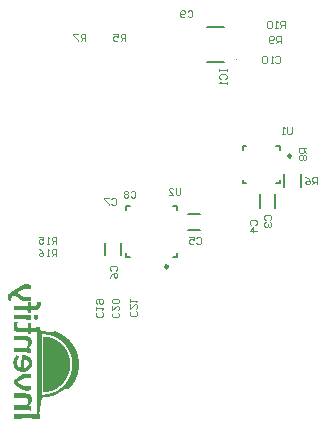
<source format=gbr>
%TF.GenerationSoftware,Altium Limited,Altium Designer,23.1.1 (15)*%
G04 Layer_Color=32896*
%FSLAX45Y45*%
%MOMM*%
%TF.SameCoordinates,F9E8136A-E86D-4813-A5E9-63B8E08E304F*%
%TF.FilePolarity,Positive*%
%TF.FileFunction,Legend,Bot*%
%TF.Part,Single*%
G01*
G75*
%TA.AperFunction,NonConductor*%
%ADD71C,0.25000*%
%ADD72C,0.20000*%
%ADD73C,0.10000*%
G36*
X9415352Y4954736D02*
X9420244D01*
X9424810Y4954409D01*
X9428397Y4954083D01*
X9431333Y4953431D01*
X9433942Y4953105D01*
X9435899Y4952779D01*
X9437529Y4952126D01*
X9438834Y4951800D01*
X9439486Y4951474D01*
X9440138Y4950822D01*
X9440791Y4950496D01*
Y4945930D01*
X9440464Y4940712D01*
Y4938755D01*
X9440138Y4936798D01*
Y4935167D01*
X9439812Y4931580D01*
Y4926036D01*
X9439486Y4923753D01*
Y4919839D01*
X9439160Y4919187D01*
X9438834Y4918534D01*
X9437529Y4917882D01*
X9435899Y4917556D01*
X9435572D01*
X9435246D01*
X9433616D01*
X9431333Y4917882D01*
X9427093Y4918208D01*
X9425136D01*
X9423505Y4918534D01*
X9422201D01*
X9421875D01*
X9418940Y4918861D01*
X9416004Y4919187D01*
X9413721D01*
X9411765Y4919513D01*
X9410460D01*
X9409482D01*
X9408829D01*
X9408503D01*
X9401328D01*
X9395458Y4919187D01*
X9390566D01*
X9386652Y4918861D01*
X9383717Y4918534D01*
X9381760D01*
X9380455Y4918208D01*
X9380129D01*
X9378825Y4917882D01*
X9377194Y4917230D01*
X9373280Y4915273D01*
X9368388Y4912990D01*
X9363496Y4910055D01*
X9358930Y4907446D01*
X9355017Y4905163D01*
X9353386Y4904185D01*
X9352082Y4903532D01*
X9351429Y4903206D01*
X9351103Y4902880D01*
X9346863Y4900271D01*
X9343276Y4897988D01*
X9340341Y4896031D01*
X9337406Y4894074D01*
X9335123Y4892444D01*
X9333492Y4891139D01*
X9331861Y4890161D01*
X9330557Y4889182D01*
X9328926Y4887552D01*
X9327948Y4886573D01*
X9327621Y4885921D01*
X9327948Y4884942D01*
X9328600Y4883964D01*
X9329904Y4882660D01*
X9331209Y4881029D01*
X9335123Y4877767D01*
X9339688Y4874506D01*
X9343928Y4870919D01*
X9347842Y4868310D01*
X9349146Y4867331D01*
X9350451Y4866353D01*
X9351103Y4866027D01*
X9351429Y4865700D01*
X9355669Y4862765D01*
X9359583Y4860482D01*
X9363170Y4858199D01*
X9366105Y4856243D01*
X9369041Y4854612D01*
X9371324Y4853307D01*
X9375237Y4851350D01*
X9378173Y4850046D01*
X9380129Y4849068D01*
X9381108Y4848741D01*
X9381434D01*
X9385347Y4848415D01*
X9389913Y4848089D01*
X9394479D01*
X9399045Y4847763D01*
X9403285D01*
X9406872D01*
X9407851D01*
X9408829D01*
X9409482D01*
X9409808D01*
X9411765D01*
X9413721D01*
X9418287Y4848089D01*
X9420244D01*
X9421875D01*
X9422853D01*
X9423179D01*
X9426441Y4848415D01*
X9429050D01*
X9431333Y4848741D01*
X9432963D01*
X9434268D01*
X9435572D01*
X9435899D01*
X9436225D01*
X9437529D01*
X9438182Y4848415D01*
X9439486Y4847437D01*
X9439812Y4846458D01*
Y4841566D01*
X9440138Y4836674D01*
Y4831130D01*
X9440464Y4827543D01*
Y4824607D01*
X9440791Y4822324D01*
Y4815149D01*
X9440138Y4814171D01*
X9439160Y4813193D01*
X9438182Y4812540D01*
X9437529D01*
X9434920D01*
X9431985D01*
X9426114D01*
X9423505D01*
X9421222D01*
X9419918D01*
X9419266D01*
X9415026D01*
X9411438D01*
X9408177D01*
X9405894D01*
X9403937D01*
X9402307D01*
X9401654D01*
X9401328D01*
X9397088D01*
X9392849D01*
X9389261Y4812866D01*
X9386326D01*
X9383391Y4813193D01*
X9380782D01*
X9376542Y4813845D01*
X9373607Y4814171D01*
X9371650Y4814497D01*
X9370671Y4814823D01*
X9370345D01*
X9368715Y4815476D01*
X9366432Y4816780D01*
X9363823Y4818411D01*
X9360887Y4820041D01*
X9354365Y4824281D01*
X9347842Y4829173D01*
X9341645Y4833739D01*
X9339036Y4836022D01*
X9336427Y4837653D01*
X9334470Y4839283D01*
X9332840Y4840588D01*
X9331861Y4841240D01*
X9331535Y4841566D01*
X9326317Y4845480D01*
X9321751Y4849068D01*
X9317837Y4852003D01*
X9314250Y4854612D01*
X9311315Y4856895D01*
X9308379Y4858525D01*
X9306096Y4860156D01*
X9304466Y4861135D01*
X9302835Y4862113D01*
X9301531Y4862765D01*
X9299574Y4863744D01*
X9298921Y4864070D01*
X9298595D01*
X9297291Y4863744D01*
X9295334Y4863091D01*
X9291420Y4861135D01*
X9289464Y4860156D01*
X9287833Y4859178D01*
X9286854Y4858525D01*
X9286528Y4858199D01*
X9283593Y4856243D01*
X9281310Y4854612D01*
X9279353Y4852981D01*
X9278049Y4852003D01*
X9277070Y4851024D01*
X9276418Y4850372D01*
X9276092Y4849720D01*
X9274461Y4846132D01*
X9273157Y4842219D01*
X9272178Y4837979D01*
X9271526Y4833739D01*
X9271200Y4829825D01*
X9270874Y4826890D01*
Y4821346D01*
X9270221Y4819389D01*
X9269895Y4817758D01*
X9269243Y4816780D01*
X9268591Y4816128D01*
X9268265Y4815802D01*
X9267612D01*
X9266634Y4816128D01*
X9265003Y4816454D01*
X9262720Y4817106D01*
X9260764Y4817758D01*
X9258481Y4818411D01*
X9256850Y4819063D01*
X9255545Y4819715D01*
X9255219D01*
X9251632Y4821020D01*
X9248697Y4822324D01*
X9246740Y4823303D01*
X9245435Y4823955D01*
X9244457Y4824607D01*
X9243804Y4824933D01*
X9243478Y4825260D01*
X9242826Y4826564D01*
X9242500Y4828521D01*
Y4836674D01*
X9242826Y4842219D01*
X9243152Y4846785D01*
X9243478Y4851350D01*
X9243804Y4854938D01*
X9244457Y4858199D01*
X9244783Y4861135D01*
X9245435Y4863418D01*
X9246087Y4865700D01*
X9246414Y4867005D01*
X9247066Y4868310D01*
X9247392Y4869288D01*
X9248044Y4870592D01*
X9248370Y4870919D01*
X9250001Y4872549D01*
X9252936Y4874832D01*
X9256524Y4877441D01*
X9260764Y4880703D01*
X9265329Y4883964D01*
X9270548Y4887552D01*
X9281310Y4895053D01*
X9286528Y4898966D01*
X9291420Y4902228D01*
X9296312Y4905489D01*
X9300552Y4908424D01*
X9304140Y4911033D01*
X9306749Y4912664D01*
X9308379Y4913969D01*
X9309032Y4914295D01*
X9318816Y4920817D01*
X9327295Y4926688D01*
X9334796Y4931580D01*
X9341645Y4935820D01*
X9347516Y4939733D01*
X9352408Y4942995D01*
X9356648Y4945604D01*
X9360235Y4947561D01*
X9363170Y4949517D01*
X9365453Y4950822D01*
X9367084Y4951800D01*
X9368388Y4952453D01*
X9369367Y4953105D01*
X9370019Y4953431D01*
X9370345D01*
X9371650Y4953757D01*
X9373280Y4954083D01*
X9375237D01*
X9377846Y4954409D01*
X9383065Y4954736D01*
X9388609D01*
X9393827Y4955062D01*
X9396110D01*
X9398393D01*
X9400024D01*
X9401328D01*
X9402307D01*
X9402633D01*
X9409482D01*
X9415352Y4954736D01*
D02*
G37*
G36*
X9496560Y4808953D02*
X9498843Y4808627D01*
X9501126Y4807974D01*
X9503735Y4807648D01*
X9505692Y4806996D01*
X9506996Y4806670D01*
X9507648D01*
X9511888Y4805691D01*
X9515150Y4805039D01*
X9517759Y4804713D01*
X9519389Y4804387D01*
X9520368Y4804061D01*
X9520694Y4803735D01*
X9521020D01*
X9522325Y4803082D01*
X9522651Y4802430D01*
X9522977Y4801778D01*
Y4801452D01*
X9522651Y4795581D01*
X9521998Y4789711D01*
X9521020Y4784493D01*
X9520042Y4779927D01*
X9518737Y4775687D01*
X9517759Y4772752D01*
X9517106Y4770795D01*
X9516780Y4770469D01*
Y4770143D01*
X9514171Y4764272D01*
X9511236Y4759054D01*
X9508301Y4754488D01*
X9505366Y4750901D01*
X9502430Y4747965D01*
X9500474Y4746009D01*
X9499169Y4744704D01*
X9498517Y4744378D01*
X9495908Y4742747D01*
X9493299Y4741117D01*
X9486776Y4738834D01*
X9480253Y4736877D01*
X9473404Y4735898D01*
X9467534Y4735246D01*
X9464925Y4734920D01*
X9462642D01*
X9460685Y4734594D01*
X9459380D01*
X9458402D01*
X9458076D01*
X9452858D01*
X9447639Y4734920D01*
X9445357D01*
X9443400Y4735246D01*
X9442095D01*
X9441769D01*
X9441443Y4731659D01*
X9441117Y4728723D01*
X9440791Y4725788D01*
X9440464Y4723505D01*
X9440138Y4721548D01*
X9439812Y4719918D01*
X9439160Y4717635D01*
X9438182Y4716004D01*
X9437855Y4715352D01*
X9437203Y4715026D01*
X9435899D01*
X9434268D01*
X9431007Y4715352D01*
X9429376D01*
X9428071D01*
X9427419D01*
X9427093D01*
X9422527Y4715678D01*
X9419266D01*
X9418287D01*
X9417309D01*
X9416983D01*
X9416657D01*
X9415026D01*
X9413721D01*
X9412743D01*
X9412091Y4716004D01*
X9411112D01*
X9410786Y4716656D01*
X9410460Y4717961D01*
Y4719918D01*
X9410134Y4721874D01*
Y4730354D01*
X9409808Y4732637D01*
X9409155Y4734594D01*
X9408177Y4735572D01*
X9407525Y4736224D01*
X9406872Y4736877D01*
X9406546D01*
X9406220D01*
X9297943D01*
X9296312Y4737203D01*
X9295334Y4737529D01*
X9294029Y4738834D01*
X9293377Y4740138D01*
Y4769490D01*
X9293703Y4770469D01*
X9294029Y4771121D01*
X9295660Y4772099D01*
X9296965Y4772426D01*
X9297291D01*
X9297617D01*
X9302183D01*
X9307401D01*
X9312619Y4772099D01*
X9318163D01*
X9323056D01*
X9326969Y4771773D01*
X9328600D01*
X9329578D01*
X9330231D01*
X9330557D01*
X9338384Y4771447D01*
X9345233D01*
X9351103D01*
X9355669Y4771121D01*
X9359583D01*
X9362192D01*
X9363496D01*
X9364149D01*
X9411112D01*
Y4776013D01*
X9410786Y4781231D01*
Y4783514D01*
X9410460Y4785471D01*
Y4787428D01*
X9410134Y4791341D01*
Y4797538D01*
X9409808Y4799821D01*
Y4804061D01*
X9410134Y4805691D01*
X9411438Y4806670D01*
X9412417Y4806996D01*
X9412743D01*
X9414374D01*
X9416657D01*
X9420896D01*
X9422853Y4806670D01*
X9424484D01*
X9425462D01*
X9425788D01*
X9429050D01*
X9431659D01*
X9433942D01*
X9435572D01*
X9436877D01*
X9438182D01*
X9438508D01*
X9438834D01*
X9439812D01*
X9440464Y4806018D01*
X9441443Y4804713D01*
X9441769Y4803408D01*
Y4797864D01*
X9442095Y4792320D01*
Y4781884D01*
X9442421Y4778622D01*
Y4769816D01*
X9448292D01*
X9453836Y4770143D01*
X9458728Y4770469D01*
X9463294Y4771121D01*
X9467208Y4771447D01*
X9470469Y4772099D01*
X9473404Y4772752D01*
X9476013Y4773730D01*
X9478296Y4774382D01*
X9479927Y4775035D01*
X9481558Y4775687D01*
X9482536Y4776013D01*
X9484167Y4776991D01*
X9484493Y4777318D01*
X9486124Y4779274D01*
X9487428Y4781557D01*
X9489385Y4786123D01*
X9490037Y4788080D01*
X9490363Y4789711D01*
X9490689Y4790689D01*
Y4791015D01*
X9491342Y4796560D01*
Y4799169D01*
X9491668Y4801452D01*
X9491994Y4803408D01*
X9492320Y4805039D01*
Y4806344D01*
X9492646Y4807974D01*
X9493299Y4808953D01*
X9493951Y4809279D01*
X9494277D01*
X9494929D01*
X9496560Y4808953D01*
D02*
G37*
G36*
X9440138Y4696762D02*
X9441117Y4695784D01*
X9441443Y4694479D01*
Y4691544D01*
X9441117Y4688609D01*
X9440791Y4687304D01*
Y4686326D01*
X9440464Y4685673D01*
Y4685347D01*
X9440138Y4681434D01*
X9439812Y4678825D01*
Y4673932D01*
X9440138Y4670997D01*
Y4669693D01*
X9440464Y4668714D01*
Y4667736D01*
X9441117Y4663822D01*
X9441443Y4661213D01*
Y4659256D01*
X9441117Y4657300D01*
X9440138Y4656321D01*
X9438834Y4655995D01*
X9438508D01*
X9433616D01*
X9427745Y4656321D01*
X9421549Y4656647D01*
X9415678Y4656973D01*
X9410460D01*
X9408177Y4657300D01*
X9405894D01*
X9404263Y4657626D01*
X9402959D01*
X9402307D01*
X9401980D01*
X9393501Y4658278D01*
X9386000Y4658930D01*
X9379477Y4659256D01*
X9374259D01*
X9370345Y4659583D01*
X9367410D01*
X9365779D01*
X9365127D01*
X9360561D01*
X9355343D01*
X9350125Y4659256D01*
X9344907D01*
X9340015D01*
X9336101Y4658930D01*
X9334470D01*
X9333492D01*
X9332840D01*
X9332513D01*
X9324686Y4658604D01*
X9318163D01*
X9312619D01*
X9308053Y4658278D01*
X9304466D01*
X9301857D01*
X9300552D01*
X9299900D01*
X9297943D01*
X9296312Y4658930D01*
X9295334Y4659256D01*
X9294356Y4659909D01*
X9293703Y4660887D01*
Y4692196D01*
X9294356Y4693827D01*
X9295334Y4694479D01*
X9296312Y4694805D01*
X9296965D01*
X9301531D01*
X9307075D01*
X9312619D01*
X9318163D01*
X9323056Y4694479D01*
X9325338D01*
X9327295D01*
X9328600D01*
X9329904D01*
X9330557D01*
X9330883D01*
X9339036D01*
X9345885Y4694153D01*
X9351755D01*
X9356648D01*
X9360235D01*
X9362844D01*
X9364475D01*
X9365127D01*
X9370345D01*
X9376216Y4694479D01*
X9382086D01*
X9387957Y4694805D01*
X9393501Y4695131D01*
X9395784D01*
X9397741D01*
X9399371Y4695457D01*
X9400676D01*
X9401328D01*
X9401654D01*
X9410134Y4696110D01*
X9417635Y4696436D01*
X9423832Y4696762D01*
X9429050D01*
X9432963Y4697088D01*
X9435899D01*
X9437529D01*
X9438182D01*
X9440138Y4696762D01*
D02*
G37*
G36*
X9483841Y4698067D02*
X9486776Y4697414D01*
X9489059Y4696436D01*
X9491016Y4695131D01*
X9492646Y4693827D01*
X9493951Y4692848D01*
X9494603Y4692196D01*
X9494929Y4691870D01*
X9496886Y4689261D01*
X9498191Y4686652D01*
X9499169Y4684043D01*
X9499821Y4681760D01*
X9500147Y4679803D01*
X9500474Y4678172D01*
Y4676542D01*
X9500147Y4673606D01*
X9499495Y4670671D01*
X9498843Y4668062D01*
X9497864Y4665779D01*
X9496560Y4664148D01*
X9495908Y4662844D01*
X9495255Y4661865D01*
X9494929Y4661539D01*
X9492646Y4659256D01*
X9490363Y4657626D01*
X9488080Y4656647D01*
X9485797Y4655995D01*
X9483841Y4655343D01*
X9482210Y4655017D01*
X9481231D01*
X9480905D01*
X9477644Y4655343D01*
X9474709Y4655995D01*
X9472100Y4656973D01*
X9469817Y4658278D01*
X9467860Y4659909D01*
X9466229Y4661865D01*
X9463946Y4665779D01*
X9462642Y4669693D01*
X9461989Y4673280D01*
X9461663Y4674585D01*
Y4676542D01*
X9461989Y4680455D01*
X9462642Y4683717D01*
X9463294Y4686652D01*
X9464599Y4689261D01*
X9466229Y4691218D01*
X9467860Y4693175D01*
X9471447Y4695784D01*
X9474709Y4697088D01*
X9477970Y4698067D01*
X9479275Y4698393D01*
X9479927D01*
X9480579D01*
X9480905D01*
X9483841Y4698067D01*
D02*
G37*
G36*
X9398719Y4517387D02*
X9403285Y4517061D01*
X9407199Y4516409D01*
X9411112Y4515757D01*
X9414374Y4515104D01*
X9417309Y4514452D01*
X9419918Y4513800D01*
X9422201Y4512821D01*
X9424158Y4512169D01*
X9427419Y4510864D01*
X9429050Y4509886D01*
X9429702Y4509560D01*
X9432637Y4507277D01*
X9435572Y4504668D01*
X9437855Y4501733D01*
X9439812Y4498797D01*
X9442747Y4491949D01*
X9444704Y4485426D01*
X9446009Y4479229D01*
X9446335Y4476294D01*
X9446661Y4474011D01*
X9446987Y4472054D01*
Y4469119D01*
X9446661Y4463249D01*
X9445357Y4457704D01*
X9443726Y4452160D01*
X9442095Y4447268D01*
X9440138Y4443354D01*
X9438508Y4440093D01*
X9437855Y4438788D01*
X9437203Y4437810D01*
X9436877Y4437484D01*
Y4437158D01*
X9433289Y4432266D01*
X9430354Y4428026D01*
X9427419Y4424438D01*
X9425136Y4421503D01*
X9423505Y4418894D01*
X9421875Y4417263D01*
X9421222Y4415959D01*
X9420896Y4415633D01*
X9428071Y4414002D01*
X9431333Y4413350D01*
X9434268Y4412698D01*
X9436877Y4412371D01*
X9438834Y4412045D01*
X9440138D01*
X9440464D01*
X9442095Y4411719D01*
X9442747Y4411393D01*
X9443074Y4411067D01*
Y4409762D01*
X9442747Y4407479D01*
X9442095Y4404544D01*
X9441769Y4401283D01*
X9441117Y4398348D01*
X9440464Y4395412D01*
X9440138Y4393456D01*
Y4392803D01*
X9439812Y4389868D01*
X9439160Y4387259D01*
X9438508Y4383019D01*
X9438182Y4380084D01*
X9437855Y4377801D01*
X9437529Y4376496D01*
X9437203Y4375518D01*
Y4375192D01*
X9436551Y4374214D01*
X9435899Y4373561D01*
X9435246Y4373235D01*
X9434920D01*
X9434594D01*
X9433942Y4373561D01*
X9433289D01*
X9432963D01*
X9422201Y4375844D01*
X9411438Y4377801D01*
X9401002Y4379106D01*
X9396110Y4379432D01*
X9391544Y4379758D01*
X9387304Y4380084D01*
X9383391Y4380410D01*
X9380129D01*
X9376868Y4380736D01*
X9374585D01*
X9372954D01*
X9371650D01*
X9371324D01*
X9366105D01*
X9360235D01*
X9354038Y4380410D01*
X9348168D01*
X9342624D01*
X9340341Y4380084D01*
X9338384D01*
X9336427D01*
X9335123D01*
X9334470D01*
X9334144D01*
X9325338D01*
X9317837Y4379758D01*
X9311641D01*
X9306423D01*
X9302183D01*
X9299248D01*
X9297617D01*
X9296965D01*
X9295660D01*
X9295008Y4380410D01*
X9293703Y4381388D01*
X9293377Y4382367D01*
Y4413024D01*
X9293703Y4414002D01*
X9294029Y4414981D01*
X9295334Y4415959D01*
X9296312Y4416285D01*
X9296965D01*
X9390892D01*
X9392196Y4416611D01*
X9393827Y4416937D01*
X9396436Y4418568D01*
X9399371Y4420851D01*
X9401980Y4423786D01*
X9404263Y4426395D01*
X9405894Y4428678D01*
X9407199Y4430309D01*
X9407525Y4430961D01*
X9410460Y4435853D01*
X9412743Y4440419D01*
X9414047Y4444007D01*
X9415352Y4447268D01*
X9416004Y4449877D01*
X9416330Y4451508D01*
Y4453138D01*
X9416004Y4459009D01*
X9415026Y4463901D01*
X9413395Y4468141D01*
X9412091Y4471402D01*
X9410460Y4473685D01*
X9408829Y4475316D01*
X9407851Y4476294D01*
X9407525Y4476620D01*
X9404263Y4478251D01*
X9400350Y4479555D01*
X9396110Y4480534D01*
X9391870Y4481186D01*
X9388283Y4481512D01*
X9385021Y4481838D01*
X9383717D01*
X9382738D01*
X9382412D01*
X9382086D01*
X9379477D01*
X9376542D01*
X9370345D01*
X9367410D01*
X9365127D01*
X9363823D01*
X9363170D01*
X9358930D01*
X9355017Y4482165D01*
X9351755D01*
X9349146D01*
X9347190D01*
X9345885D01*
X9344907D01*
X9344580D01*
X9341319D01*
X9337732D01*
X9333818Y4481838D01*
X9329904D01*
X9326317D01*
X9323708Y4481512D01*
X9321751D01*
X9321425D01*
X9321099D01*
X9315554D01*
X9310988Y4481186D01*
X9306749D01*
X9303487D01*
X9300878D01*
X9299248D01*
X9297943D01*
X9297617D01*
X9296312D01*
X9295334Y4481512D01*
X9294029Y4482491D01*
X9293377Y4483469D01*
Y4514778D01*
X9293703Y4516409D01*
X9295008Y4517387D01*
X9295986Y4517713D01*
X9296312D01*
X9300552D01*
X9305770D01*
X9310662D01*
X9315881D01*
X9320446Y4517387D01*
X9324360D01*
X9325665D01*
X9326643D01*
X9327295D01*
X9327621D01*
X9335123D01*
X9341319D01*
X9346863D01*
X9351429D01*
X9354691D01*
X9357300D01*
X9358604D01*
X9359257D01*
X9361213D01*
X9363823D01*
X9368715D01*
X9370671D01*
X9372628D01*
X9373933D01*
X9374259D01*
X9377846D01*
X9380782Y4517713D01*
X9383391D01*
X9385347D01*
X9386978D01*
X9387957D01*
X9388609D01*
X9388935D01*
X9394153D01*
X9398719Y4517387D01*
D02*
G37*
G36*
X9383065Y4357254D02*
X9388283Y4356602D01*
X9393501Y4355624D01*
X9398393Y4354645D01*
X9407199Y4351384D01*
X9411112Y4349753D01*
X9414374Y4347796D01*
X9417635Y4345840D01*
X9420570Y4344209D01*
X9422853Y4342578D01*
X9425136Y4340948D01*
X9426767Y4339969D01*
X9427745Y4338991D01*
X9428397Y4338339D01*
X9428724Y4338012D01*
X9432637Y4334099D01*
X9435899Y4330185D01*
X9438834Y4326272D01*
X9441443Y4322032D01*
X9443400Y4317792D01*
X9445357Y4313878D01*
X9447966Y4306051D01*
X9448618Y4302464D01*
X9449270Y4299202D01*
X9449922Y4296267D01*
X9450249Y4293658D01*
X9450575Y4291701D01*
Y4288766D01*
X9450249Y4282895D01*
X9449596Y4277351D01*
X9448292Y4272133D01*
X9446661Y4266915D01*
X9444704Y4262349D01*
X9442747Y4258109D01*
X9440464Y4253869D01*
X9438182Y4250282D01*
X9435572Y4246694D01*
X9433289Y4243759D01*
X9431333Y4241476D01*
X9429376Y4239193D01*
X9427745Y4237563D01*
X9426441Y4236258D01*
X9425788Y4235606D01*
X9425462Y4235280D01*
X9420896Y4231692D01*
X9416004Y4228431D01*
X9411438Y4225822D01*
X9406546Y4223539D01*
X9401654Y4221582D01*
X9397088Y4219625D01*
X9388283Y4217342D01*
X9384043Y4216364D01*
X9380455Y4215711D01*
X9377194Y4215385D01*
X9374585Y4215059D01*
X9372302Y4214733D01*
X9370345D01*
X9369367D01*
X9369041D01*
X9362518Y4215059D01*
X9356321Y4215711D01*
X9350125Y4216690D01*
X9344580Y4217994D01*
X9339688Y4219625D01*
X9334796Y4221582D01*
X9330557Y4223539D01*
X9326317Y4225495D01*
X9323056Y4227452D01*
X9319794Y4229409D01*
X9317185Y4231366D01*
X9314902Y4232997D01*
X9313271Y4234301D01*
X9311967Y4235280D01*
X9311315Y4235932D01*
X9310988Y4236258D01*
X9307075Y4240498D01*
X9303813Y4245064D01*
X9300878Y4249630D01*
X9298595Y4254522D01*
X9296312Y4259414D01*
X9294682Y4263980D01*
X9292073Y4273437D01*
X9291420Y4277677D01*
X9290768Y4281591D01*
X9290116Y4285178D01*
X9289790Y4288440D01*
X9289464Y4290723D01*
Y4294310D01*
X9289790Y4300833D01*
X9290442Y4307356D01*
X9291746Y4313226D01*
X9293377Y4318770D01*
X9295008Y4323989D01*
X9296965Y4328881D01*
X9299248Y4333447D01*
X9301531Y4337686D01*
X9303813Y4341274D01*
X9306096Y4344535D01*
X9308053Y4347144D01*
X9309684Y4349427D01*
X9311315Y4351384D01*
X9312619Y4352689D01*
X9313271Y4353341D01*
X9313598Y4353667D01*
X9315554Y4355298D01*
X9316533Y4355950D01*
X9317185Y4356276D01*
X9317837Y4355950D01*
X9319468Y4355298D01*
X9321099Y4354645D01*
X9323382Y4353667D01*
X9325338Y4352362D01*
X9326969Y4351710D01*
X9328274Y4351058D01*
X9328600Y4350732D01*
X9332187Y4348775D01*
X9334796Y4347470D01*
X9336753Y4346492D01*
X9338058Y4345514D01*
X9339036Y4345187D01*
X9339362Y4344861D01*
X9339688Y4344535D01*
X9340015Y4344209D01*
Y4342904D01*
X9338384Y4341274D01*
X9337079Y4339643D01*
X9336101Y4338339D01*
X9335775Y4338012D01*
X9333166Y4334099D01*
X9330557Y4330185D01*
X9326643Y4322032D01*
X9324034Y4314531D01*
X9322077Y4307356D01*
X9321425Y4304094D01*
X9321099Y4301159D01*
X9320446Y4298876D01*
Y4296593D01*
X9320120Y4294636D01*
Y4292353D01*
X9320446Y4287135D01*
X9321425Y4282243D01*
X9323056Y4277351D01*
X9324686Y4273437D01*
X9326317Y4270176D01*
X9327948Y4267567D01*
X9328926Y4265936D01*
X9329252Y4265284D01*
X9333166Y4261044D01*
X9337079Y4257457D01*
X9340993Y4254848D01*
X9344907Y4252891D01*
X9348168Y4251586D01*
X9350777Y4250934D01*
X9352408Y4250282D01*
X9353060D01*
X9353712Y4258435D01*
X9354365Y4266262D01*
X9354691Y4273437D01*
X9355343Y4280286D01*
X9355995Y4286809D01*
X9356321Y4292680D01*
X9356648Y4298550D01*
X9357300Y4303442D01*
X9357626Y4308334D01*
X9357952Y4312900D01*
X9358604Y4316814D01*
X9358930Y4320727D01*
X9359583Y4327250D01*
X9360235Y4332794D01*
X9360561Y4337034D01*
X9360887Y4340621D01*
X9361540Y4343231D01*
Y4344861D01*
X9361866Y4346166D01*
X9362192Y4347144D01*
Y4347470D01*
X9363823Y4350732D01*
X9366105Y4353341D01*
X9368715Y4354971D01*
X9371324Y4356276D01*
X9373607Y4356928D01*
X9375563Y4357581D01*
X9377194D01*
X9377520D01*
X9383065Y4357254D01*
D02*
G37*
G36*
X9411765Y4197122D02*
X9417961D01*
X9422853Y4196796D01*
X9427419Y4196469D01*
X9431007Y4195817D01*
X9433942Y4195491D01*
X9436225Y4195165D01*
X9438182Y4194513D01*
X9439486Y4194186D01*
X9440464Y4193860D01*
X9441117Y4193208D01*
X9441769Y4192882D01*
Y4187990D01*
X9441443Y4183098D01*
Y4180815D01*
X9441117Y4178858D01*
Y4177227D01*
X9440791Y4173640D01*
Y4168096D01*
X9440464Y4166139D01*
Y4162225D01*
X9440138Y4160921D01*
X9439486Y4160268D01*
X9438508Y4159942D01*
X9438182D01*
X9435899D01*
X9433616Y4160268D01*
X9428397Y4160594D01*
X9426114D01*
X9424158Y4160921D01*
X9422853D01*
X9422527D01*
X9418940Y4161247D01*
X9415678Y4161573D01*
X9413069D01*
X9410786Y4161899D01*
X9409155D01*
X9407851D01*
X9407199D01*
X9406872D01*
X9400350D01*
X9394805Y4161573D01*
X9389913D01*
X9386326Y4161247D01*
X9383391Y4160921D01*
X9381434D01*
X9380129Y4160594D01*
X9379803D01*
X9378499Y4160268D01*
X9376868Y4159616D01*
X9372954Y4157985D01*
X9368388Y4155376D01*
X9363823Y4152767D01*
X9359257Y4150158D01*
X9355343Y4148201D01*
X9354038Y4147223D01*
X9352734Y4146571D01*
X9352082Y4146244D01*
X9351755Y4145918D01*
X9347842Y4143635D01*
X9344254Y4141352D01*
X9341319Y4139396D01*
X9338710Y4137765D01*
X9336427Y4136134D01*
X9334796Y4134830D01*
X9333166Y4133525D01*
X9332187Y4132547D01*
X9330557Y4130916D01*
X9329578Y4129612D01*
X9329252Y4129285D01*
Y4128959D01*
X9329578Y4128307D01*
X9330231Y4127002D01*
X9331535Y4126024D01*
X9332840Y4124393D01*
X9336427Y4121458D01*
X9340993Y4118197D01*
X9345233Y4114935D01*
X9348820Y4112652D01*
X9350125Y4111348D01*
X9351429Y4110696D01*
X9352082Y4110369D01*
X9352408Y4110043D01*
X9356648Y4107434D01*
X9360235Y4105151D01*
X9363823Y4103194D01*
X9366758Y4101238D01*
X9369367Y4099933D01*
X9371650Y4098629D01*
X9375563Y4096672D01*
X9378499Y4095367D01*
X9380129Y4094715D01*
X9381108Y4094389D01*
X9381434D01*
X9390566Y4093410D01*
X9395132Y4093084D01*
X9399045D01*
X9402633Y4092758D01*
X9405568D01*
X9407199D01*
X9407851D01*
X9409808D01*
X9412091D01*
X9416983Y4093084D01*
X9419266D01*
X9420896Y4093410D01*
X9422201D01*
X9422527D01*
X9426114Y4093737D01*
X9429050D01*
X9431659Y4094063D01*
X9433942D01*
X9435572D01*
X9436551D01*
X9437203D01*
X9437529D01*
X9439486Y4093737D01*
X9440464Y4092758D01*
X9440791Y4091454D01*
Y4086562D01*
X9441117Y4081343D01*
Y4075473D01*
X9441443Y4071885D01*
Y4068950D01*
X9441769Y4066341D01*
Y4059166D01*
X9441117Y4058188D01*
X9440138Y4057209D01*
X9438834Y4056883D01*
X9438508D01*
X9438182D01*
X9435572D01*
X9432311D01*
X9426114D01*
X9423179Y4056557D01*
X9420896D01*
X9419266D01*
X9418613D01*
X9414047D01*
X9410460Y4056231D01*
X9407199D01*
X9404263D01*
X9402307D01*
X9401002D01*
X9400024D01*
X9399697D01*
X9392522Y4056557D01*
X9386000Y4056883D01*
X9380782Y4057535D01*
X9376542Y4058188D01*
X9373280Y4058840D01*
X9370998Y4059492D01*
X9369367Y4060145D01*
X9369041D01*
X9367410Y4060797D01*
X9365127Y4062101D01*
X9362518Y4063406D01*
X9359583Y4065363D01*
X9353060Y4069602D01*
X9346211Y4074495D01*
X9339362Y4079060D01*
X9336427Y4081017D01*
X9333818Y4082974D01*
X9331861Y4084279D01*
X9329904Y4085583D01*
X9328926Y4086235D01*
X9328600Y4086562D01*
X9322729Y4090801D01*
X9317511Y4094715D01*
X9312619Y4098302D01*
X9308706Y4101238D01*
X9305444Y4103847D01*
X9302509Y4106130D01*
X9300226Y4108413D01*
X9298269Y4110043D01*
X9296639Y4111348D01*
X9295660Y4112652D01*
X9294029Y4114283D01*
X9293377Y4114935D01*
Y4115262D01*
X9293051Y4116892D01*
Y4118849D01*
X9292725Y4123415D01*
Y4135808D01*
X9293051Y4138091D01*
Y4141026D01*
X9293377Y4141679D01*
Y4142331D01*
X9294029Y4143309D01*
X9295334Y4144614D01*
X9297291Y4146571D01*
X9299900Y4148527D01*
X9302509Y4150810D01*
X9305770Y4153093D01*
X9312293Y4157985D01*
X9319142Y4162551D01*
X9322077Y4164834D01*
X9324686Y4166465D01*
X9326969Y4168096D01*
X9328600Y4169400D01*
X9329904Y4170052D01*
X9330231Y4170379D01*
X9336427Y4174618D01*
X9341645Y4178206D01*
X9346537Y4181467D01*
X9351103Y4184076D01*
X9354691Y4186685D01*
X9358278Y4188642D01*
X9360887Y4190599D01*
X9363496Y4191903D01*
X9365453Y4193208D01*
X9367410Y4194186D01*
X9368715Y4194839D01*
X9369693Y4195491D01*
X9370998Y4196143D01*
X9371324D01*
X9372302Y4196469D01*
X9373607D01*
X9376868Y4196796D01*
X9381108Y4197122D01*
X9385674Y4197448D01*
X9389913D01*
X9393501D01*
X9395132D01*
X9396110D01*
X9396762D01*
X9397088D01*
X9404916D01*
X9411765Y4197122D01*
D02*
G37*
G36*
X9323708Y4635122D02*
X9324686Y4634470D01*
X9325012Y4633818D01*
Y4631535D01*
X9324686Y4629252D01*
X9324034Y4624686D01*
X9323382Y4622729D01*
X9323056Y4621098D01*
X9322729Y4619794D01*
Y4619468D01*
X9322077Y4616206D01*
X9321751Y4613271D01*
X9321099Y4610662D01*
Y4608705D01*
X9320773Y4607075D01*
Y4605118D01*
X9321099Y4601204D01*
X9322077Y4597617D01*
X9323382Y4595008D01*
X9325012Y4593051D01*
X9326317Y4591420D01*
X9327621Y4590116D01*
X9328600Y4589789D01*
X9328926Y4589463D01*
X9331209Y4588811D01*
X9334144Y4588159D01*
X9340341Y4587506D01*
X9343276Y4587180D01*
X9345559D01*
X9347190D01*
X9347842D01*
X9371324D01*
X9378499D01*
X9384695D01*
X9390240Y4587506D01*
X9394479D01*
X9398067D01*
X9400676Y4587833D01*
X9401980D01*
X9402633D01*
X9405568Y4588159D01*
X9407851D01*
X9409482Y4588485D01*
X9410786Y4588811D01*
X9411438Y4589137D01*
X9411765D01*
Y4595334D01*
X9411438Y4601530D01*
X9411112Y4604466D01*
Y4606748D01*
X9410786Y4608053D01*
Y4608705D01*
X9410460Y4613271D01*
Y4620446D01*
X9410134Y4623055D01*
Y4628926D01*
X9410460Y4630230D01*
X9411765Y4631209D01*
X9412743Y4631861D01*
X9413069D01*
X9415026D01*
X9417309D01*
X9419266D01*
X9419592D01*
X9419918D01*
X9423179D01*
X9425462D01*
X9427093D01*
X9427419D01*
X9429050D01*
X9431007Y4632187D01*
X9432637D01*
X9433289D01*
X9435899Y4632513D01*
X9437855Y4632839D01*
X9439160D01*
X9439486D01*
X9440791Y4632513D01*
X9441117Y4631535D01*
X9441443Y4630556D01*
Y4592398D01*
X9441769Y4591094D01*
X9442095Y4590116D01*
X9443726Y4588811D01*
X9445357Y4588159D01*
X9445683D01*
X9446009D01*
X9448944D01*
X9452205Y4588485D01*
X9458728Y4588811D01*
X9461989D01*
X9464272Y4589137D01*
X9465903D01*
X9466555D01*
X9471447Y4589463D01*
X9475687Y4589789D01*
X9479275Y4590116D01*
X9482210Y4590442D01*
X9484493D01*
X9486124D01*
X9487102D01*
X9487428D01*
X9488406D01*
X9489385Y4589789D01*
X9490363Y4588485D01*
X9491016Y4587180D01*
Y4586528D01*
X9491994Y4581636D01*
X9492646Y4577070D01*
X9493299Y4573483D01*
X9493871Y4570621D01*
Y4595645D01*
X9498064D01*
Y4597742D01*
X9508548D01*
Y4595645D01*
X9510645D01*
Y4591452D01*
X9512742D01*
Y4585161D01*
X9514838D01*
Y4580968D01*
X9516935D01*
Y4574677D01*
X9519032D01*
Y4568387D01*
X9521129D01*
Y4562097D01*
X9523226D01*
Y4557903D01*
X9563064D01*
Y4555806D01*
X9579839D01*
Y4553709D01*
X9590322D01*
Y4551613D01*
X9598710D01*
Y4549516D01*
X9611290D01*
Y4551613D01*
X9617580D01*
Y4553709D01*
X9623871D01*
Y4555806D01*
X9630161D01*
Y4557903D01*
X9636451D01*
Y4560000D01*
X9642742D01*
Y4557903D01*
X9649032D01*
Y4555806D01*
X9655322D01*
Y4553709D01*
X9659516D01*
Y4551613D01*
X9665806D01*
Y4549516D01*
X9670000D01*
Y4547419D01*
X9674194D01*
Y4545322D01*
X9678387D01*
Y4543226D01*
X9682581D01*
Y4541129D01*
X9686774D01*
Y4539032D01*
X9690968D01*
Y4536935D01*
X9695161D01*
Y4534839D01*
X9699355D01*
Y4532742D01*
X9701452D01*
Y4530645D01*
X9705645D01*
Y4528548D01*
X9707742D01*
Y4526451D01*
X9711935D01*
Y4524355D01*
X9714032D01*
Y4522258D01*
X9718226D01*
Y4520161D01*
X9720322D01*
Y4518064D01*
X9724516D01*
Y4515968D01*
X9726613D01*
Y4513871D01*
X9728710D01*
Y4511774D01*
X9732903D01*
Y4509677D01*
X9735000D01*
Y4507581D01*
X9737097D01*
Y4505484D01*
X9739193D01*
Y4503387D01*
X9743387D01*
Y4501290D01*
X9745484D01*
Y4499193D01*
X9747580D01*
Y4497097D01*
X9749677D01*
Y4495000D01*
X9751774D01*
Y4492903D01*
X9753871D01*
Y4490806D01*
X9755968D01*
Y4488710D01*
X9758064D01*
Y4486613D01*
X9760161D01*
Y4484516D01*
X9762258D01*
Y4482419D01*
X9764355D01*
Y4480323D01*
X9766451D01*
Y4478226D01*
X9768548D01*
Y4476129D01*
X9770645D01*
Y4474032D01*
X9772742D01*
Y4469839D01*
X9774838D01*
Y4467742D01*
X9776935D01*
Y4465645D01*
X9779032D01*
Y4463548D01*
X9781129D01*
Y4461452D01*
X9783226D01*
Y4457258D01*
X9785322D01*
Y4455161D01*
X9787419D01*
Y4450968D01*
X9789516D01*
Y4448871D01*
X9791613D01*
Y4446774D01*
X9793709D01*
Y4442581D01*
X9795806D01*
Y4440484D01*
X9797903D01*
Y4436290D01*
X9800000D01*
Y4432097D01*
X9802097D01*
Y4430000D01*
X9804193D01*
Y4425806D01*
X9806290D01*
Y4421613D01*
X9808387D01*
Y4419516D01*
X9810484D01*
Y4415322D01*
X9812581D01*
Y4411129D01*
X9814677D01*
Y4406935D01*
X9816774D01*
Y4402742D01*
X9818871D01*
Y4396451D01*
X9820968D01*
Y4392258D01*
X9823064D01*
Y4388064D01*
X9825161D01*
Y4381774D01*
X9827258D01*
Y4375484D01*
X9829355D01*
Y4369193D01*
X9831452D01*
Y4362903D01*
X9833548D01*
Y4356613D01*
X9835645D01*
Y4348226D01*
X9837742D01*
Y4337742D01*
X9839839D01*
Y4327258D01*
X9841935D01*
Y4310484D01*
X9844032D01*
Y4243387D01*
X9841935D01*
Y4228710D01*
X9839839D01*
Y4216129D01*
X9837742D01*
Y4207742D01*
X9835645D01*
Y4199355D01*
X9833548D01*
Y4190968D01*
X9831452D01*
Y4184677D01*
X9829355D01*
Y4178387D01*
X9827258D01*
Y4174194D01*
X9825161D01*
Y4167903D01*
X9823064D01*
Y4163709D01*
X9820968D01*
Y4157419D01*
X9818871D01*
Y4153226D01*
X9816774D01*
Y4149032D01*
X9814677D01*
Y4144839D01*
X9812581D01*
Y4140645D01*
X9810484D01*
Y4136451D01*
X9808387D01*
Y4132258D01*
X9806290D01*
Y4128064D01*
X9804193D01*
Y4125968D01*
X9802097D01*
Y4121774D01*
X9800000D01*
Y4117581D01*
X9797903D01*
Y4115484D01*
X9795806D01*
Y4113387D01*
X9793709D01*
Y4109193D01*
X9791613D01*
Y4107097D01*
X9789516D01*
Y4102903D01*
X9787419D01*
Y4100806D01*
X9785322D01*
Y4098710D01*
X9783226D01*
Y4094516D01*
X9781129D01*
Y4092419D01*
X9779032D01*
Y4090323D01*
X9776935D01*
Y4086129D01*
X9774838D01*
Y4084032D01*
X9772742D01*
Y4081935D01*
X9770645D01*
Y4079839D01*
X9768548D01*
Y4077742D01*
X9766451D01*
Y4075645D01*
X9764355D01*
Y4073548D01*
X9762258D01*
Y4071452D01*
X9760161D01*
Y4069355D01*
X9749677D01*
Y4071452D01*
X9735000D01*
Y4073548D01*
X9724516D01*
Y4071452D01*
X9722419D01*
Y4069355D01*
X9720322D01*
Y4067258D01*
X9718226D01*
Y4065161D01*
X9716129D01*
Y4063065D01*
X9711935D01*
Y4060968D01*
X9709839D01*
Y4058871D01*
X9707742D01*
Y4056774D01*
X9705645D01*
Y4054677D01*
X9701452D01*
Y4052581D01*
X9699355D01*
Y4050484D01*
X9697258D01*
Y4048387D01*
X9693064D01*
Y4046290D01*
X9690968D01*
Y4044194D01*
X9686774D01*
Y4042097D01*
X9684677D01*
Y4040000D01*
X9680484D01*
Y4037903D01*
X9676290D01*
Y4035807D01*
X9674194D01*
Y4033709D01*
X9670000D01*
Y4031613D01*
X9665806D01*
Y4029516D01*
X9661613D01*
Y4027419D01*
X9657419D01*
Y4025322D01*
X9653226D01*
Y4023226D01*
X9649032D01*
Y4021129D01*
X9644838D01*
Y4019032D01*
X9640645D01*
Y4016935D01*
X9634355D01*
Y4014839D01*
X9630161D01*
Y4012742D01*
X9623871D01*
Y4010645D01*
X9617580D01*
Y4008548D01*
X9609193D01*
Y4006451D01*
X9602903D01*
Y4004355D01*
X9594516D01*
Y4002258D01*
X9581935D01*
Y4000161D01*
X9569355D01*
Y3998064D01*
X9544194D01*
Y3995968D01*
X9531613D01*
Y3985484D01*
X9529516D01*
Y3972903D01*
X9527419D01*
Y3958226D01*
X9525322D01*
Y3947742D01*
X9523226D01*
Y3935161D01*
X9521129D01*
Y3922581D01*
X9519032D01*
Y3912097D01*
X9516935D01*
Y3899516D01*
X9514838D01*
Y3886935D01*
X9512742D01*
Y3874355D01*
X9510645D01*
Y3863871D01*
X9508548D01*
Y3861774D01*
X9506451D01*
Y3860549D01*
X9506996D01*
X9508301D01*
X9509605D01*
X9509931D01*
X9510258D01*
X9511236Y3860223D01*
X9512214Y3859897D01*
X9513193Y3858592D01*
X9513519Y3856962D01*
Y3853700D01*
X9513193Y3851091D01*
Y3849787D01*
X9512867Y3848808D01*
Y3847830D01*
X9512541Y3844243D01*
Y3836415D01*
X9512867Y3833480D01*
Y3829893D01*
X9513193Y3825979D01*
X9513519Y3823370D01*
Y3821087D01*
X9513193Y3819782D01*
X9512867Y3819130D01*
X9511562Y3817825D01*
X9509931Y3817499D01*
X9509605D01*
X9509279D01*
X9506018D01*
X9502104D01*
X9493951Y3817825D01*
X9485145Y3818152D01*
X9476666Y3818478D01*
X9472752D01*
X9469164D01*
X9465577Y3818804D01*
X9462968D01*
X9460359Y3819130D01*
X9458728D01*
X9457424D01*
X9457097D01*
X9450901Y3819456D01*
X9444704Y3819782D01*
X9439486D01*
X9434268Y3820108D01*
X9429702D01*
X9425136Y3820435D01*
X9421549D01*
X9417961D01*
X9415026Y3820761D01*
X9412091D01*
X9410134D01*
X9408177D01*
X9406872D01*
X9405894D01*
X9405242D01*
X9404916D01*
X9401328D01*
X9397415D01*
X9388609Y3820435D01*
X9379803Y3820108D01*
X9370998D01*
X9366758Y3819782D01*
X9362844D01*
X9359257Y3819456D01*
X9356321D01*
X9354038Y3819130D01*
X9352082D01*
X9350777D01*
X9350451D01*
X9343928Y3818804D01*
X9337732Y3818478D01*
X9332187D01*
X9326969Y3818152D01*
X9322077D01*
X9317837Y3817825D01*
X9313924D01*
X9310336D01*
X9307075Y3817499D01*
X9304466D01*
X9302183D01*
X9300226D01*
X9298921D01*
X9297943D01*
X9297291D01*
X9296965D01*
X9295660Y3817825D01*
X9295008Y3818152D01*
X9293703Y3819456D01*
X9293377Y3820761D01*
Y3823696D01*
X9293703Y3826631D01*
Y3829893D01*
X9294029Y3833806D01*
Y3843916D01*
X9293703Y3845221D01*
Y3847178D01*
X9293377Y3851091D01*
Y3857614D01*
X9294029Y3858592D01*
X9295008Y3859897D01*
X9295986Y3860549D01*
X9296639D01*
X9300226D01*
X9304140D01*
X9312619Y3860223D01*
X9321425D01*
X9330231Y3859897D01*
X9334470D01*
X9338058Y3859571D01*
X9341645D01*
X9344580D01*
X9347190Y3859245D01*
X9348820D01*
X9350125D01*
X9350451D01*
X9356974Y3858919D01*
X9363170D01*
X9369041Y3858592D01*
X9374259D01*
X9379151Y3858266D01*
X9383717D01*
X9387630D01*
X9391218D01*
X9394479Y3857940D01*
X9397088D01*
X9399697D01*
X9401654D01*
X9402959D01*
X9403937D01*
X9404590D01*
X9404916D01*
X9408503D01*
X9412091D01*
X9420570Y3858266D01*
X9429050D01*
X9437529Y3858592D01*
X9441769D01*
X9445357Y3858919D01*
X9448618D01*
X9451553D01*
X9454162Y3859245D01*
X9455793D01*
X9457097D01*
X9457424D01*
X9463946Y3859571D01*
X9469817D01*
X9475361Y3859897D01*
X9480579D01*
X9485145Y3860223D01*
X9489711D01*
X9493625D01*
X9497212Y3860549D01*
X9498064D01*
Y3861774D01*
X9493871D01*
Y4554845D01*
X9492320Y4553914D01*
X9490037Y4553588D01*
X9487754Y4553262D01*
X9486124Y4552936D01*
X9484819D01*
X9484167D01*
X9481558D01*
X9478296D01*
X9472100Y4553262D01*
X9469164D01*
X9466881D01*
X9465251D01*
X9464599D01*
X9460033D01*
X9456445Y4553588D01*
X9453184D01*
X9450249D01*
X9448292D01*
X9446987D01*
X9446009D01*
X9445683D01*
X9443726Y4553262D01*
X9442095Y4552284D01*
X9440791Y4551305D01*
X9440138Y4550001D01*
X9439486Y4548370D01*
X9439160Y4547392D01*
Y4538586D01*
X9438834Y4536955D01*
X9438182Y4535977D01*
X9436551Y4534346D01*
X9435246Y4533694D01*
X9434920Y4533368D01*
X9434594D01*
X9431007Y4533042D01*
X9428071D01*
X9426767D01*
X9425788D01*
X9425462D01*
X9425136D01*
X9421222D01*
X9417961Y4533694D01*
X9415678Y4534020D01*
X9414047Y4534672D01*
X9413069Y4535325D01*
X9412417Y4535651D01*
X9412091Y4536303D01*
Y4547718D01*
X9411765Y4550001D01*
X9410786Y4551631D01*
X9409808Y4552610D01*
X9408503Y4553588D01*
X9406220Y4554241D01*
X9405568D01*
X9405242D01*
X9399697D01*
X9393175D01*
X9386652Y4553914D01*
X9380129D01*
X9373933D01*
X9371650Y4553588D01*
X9369367D01*
X9367410D01*
X9366105D01*
X9365127D01*
X9364801D01*
X9355343D01*
X9347190Y4553262D01*
X9340341D01*
X9334796D01*
X9330231D01*
X9327295D01*
X9325338D01*
X9324686D01*
X9318816Y4553588D01*
X9313598Y4554893D01*
X9309358Y4556524D01*
X9305444Y4559133D01*
X9302183Y4561742D01*
X9299574Y4564677D01*
X9297291Y4568264D01*
X9295660Y4571526D01*
X9294356Y4574787D01*
X9293051Y4578375D01*
X9292399Y4581310D01*
X9292073Y4584245D01*
X9291746Y4586528D01*
X9291420Y4588159D01*
Y4594681D01*
X9291746Y4599573D01*
X9292073Y4603813D01*
X9292399Y4607727D01*
X9292725Y4611314D01*
X9293377Y4614902D01*
X9294029Y4617837D01*
X9294682Y4620446D01*
X9295660Y4624686D01*
X9296639Y4627947D01*
X9297291Y4629578D01*
X9297617Y4630230D01*
X9298269Y4631535D01*
X9299248Y4632513D01*
X9299574Y4633165D01*
X9299900D01*
X9300552Y4633492D01*
X9301531D01*
X9302835Y4633818D01*
X9303161D01*
X9304140D01*
X9305770Y4634144D01*
X9308706Y4634470D01*
X9310336D01*
X9311315Y4634796D01*
X9312293D01*
X9312619D01*
X9316533Y4635122D01*
X9319468Y4635448D01*
X9321425D01*
X9322077D01*
X9323708Y4635122D01*
D02*
G37*
G36*
X9398719Y4031445D02*
X9403285Y4031118D01*
X9407199Y4030466D01*
X9411112Y4029814D01*
X9414374Y4029162D01*
X9417309Y4028509D01*
X9419918Y4027857D01*
X9422201Y4026879D01*
X9424158Y4026226D01*
X9427419Y4024922D01*
X9429050Y4023943D01*
X9429702Y4023617D01*
X9432637Y4021334D01*
X9435572Y4018725D01*
X9437855Y4015790D01*
X9439812Y4012855D01*
X9442747Y4006006D01*
X9444704Y3999483D01*
X9446009Y3993287D01*
X9446335Y3990351D01*
X9446661Y3988068D01*
X9446987Y3986112D01*
Y3983176D01*
X9446661Y3977306D01*
X9445357Y3971762D01*
X9443726Y3966217D01*
X9442095Y3961325D01*
X9440138Y3957412D01*
X9438508Y3954150D01*
X9437855Y3952846D01*
X9437203Y3951867D01*
X9436877Y3951541D01*
Y3951215D01*
X9433289Y3946323D01*
X9430354Y3942083D01*
X9427419Y3938496D01*
X9425136Y3935561D01*
X9423505Y3932951D01*
X9421875Y3931321D01*
X9421222Y3930016D01*
X9420896Y3929690D01*
X9428071Y3928059D01*
X9431333Y3927407D01*
X9434268Y3926755D01*
X9436877Y3926429D01*
X9438834Y3926103D01*
X9440138D01*
X9440464D01*
X9442095Y3925777D01*
X9442747Y3925450D01*
X9443074Y3925124D01*
Y3923820D01*
X9442747Y3921537D01*
X9442095Y3918602D01*
X9441769Y3915340D01*
X9441117Y3912405D01*
X9440464Y3909470D01*
X9440138Y3907513D01*
Y3906861D01*
X9439812Y3903925D01*
X9439160Y3901316D01*
X9438508Y3897077D01*
X9438182Y3894141D01*
X9437855Y3891858D01*
X9437529Y3890554D01*
X9437203Y3889575D01*
Y3889249D01*
X9436551Y3888271D01*
X9435899Y3887619D01*
X9435246Y3887292D01*
X9434920D01*
X9434594D01*
X9433942Y3887619D01*
X9433289D01*
X9432963D01*
X9422201Y3889902D01*
X9411438Y3891858D01*
X9401002Y3893163D01*
X9396110Y3893489D01*
X9391544Y3893815D01*
X9387304Y3894141D01*
X9383391Y3894467D01*
X9380129D01*
X9376868Y3894794D01*
X9374585D01*
X9372954D01*
X9371650D01*
X9371324D01*
X9366105D01*
X9360235D01*
X9354038Y3894467D01*
X9348168D01*
X9342624D01*
X9340341Y3894141D01*
X9338384D01*
X9336427D01*
X9335123D01*
X9334470D01*
X9334144D01*
X9325338D01*
X9317837Y3893815D01*
X9311641D01*
X9306423D01*
X9302183D01*
X9299248D01*
X9297617D01*
X9296965D01*
X9295660D01*
X9295008Y3894467D01*
X9293703Y3895446D01*
X9293377Y3896424D01*
Y3927081D01*
X9293703Y3928059D01*
X9294029Y3929038D01*
X9295334Y3930016D01*
X9296312Y3930342D01*
X9296965D01*
X9390892D01*
X9392196Y3930669D01*
X9393827Y3930995D01*
X9396436Y3932625D01*
X9399371Y3934908D01*
X9401980Y3937844D01*
X9404263Y3940453D01*
X9405894Y3942736D01*
X9407199Y3944366D01*
X9407525Y3945019D01*
X9410460Y3949911D01*
X9412743Y3954476D01*
X9414047Y3958064D01*
X9415352Y3961325D01*
X9416004Y3963934D01*
X9416330Y3965565D01*
Y3967196D01*
X9416004Y3973066D01*
X9415026Y3977958D01*
X9413395Y3982198D01*
X9412091Y3985459D01*
X9410460Y3987742D01*
X9408829Y3989373D01*
X9407851Y3990351D01*
X9407525Y3990678D01*
X9404263Y3992308D01*
X9400350Y3993613D01*
X9396110Y3994591D01*
X9391870Y3995243D01*
X9388283Y3995570D01*
X9385021Y3995896D01*
X9383717D01*
X9382738D01*
X9382412D01*
X9382086D01*
X9379477D01*
X9376542D01*
X9370345D01*
X9367410D01*
X9365127D01*
X9363823D01*
X9363170D01*
X9358930D01*
X9355017Y3996222D01*
X9351755D01*
X9349146D01*
X9347190D01*
X9345885D01*
X9344907D01*
X9344580D01*
X9341319D01*
X9337732D01*
X9333818Y3995896D01*
X9329904D01*
X9326317D01*
X9323708Y3995570D01*
X9321751D01*
X9321425D01*
X9321099D01*
X9315554D01*
X9310988Y3995243D01*
X9306749D01*
X9303487D01*
X9300878D01*
X9299248D01*
X9297943D01*
X9297617D01*
X9296312D01*
X9295334Y3995570D01*
X9294029Y3996548D01*
X9293377Y3997526D01*
Y4028835D01*
X9293703Y4030466D01*
X9295008Y4031445D01*
X9295986Y4031771D01*
X9296312D01*
X9300552D01*
X9305770D01*
X9310662D01*
X9315881D01*
X9320446Y4031445D01*
X9324360D01*
X9325665D01*
X9326643D01*
X9327295D01*
X9327621D01*
X9335123D01*
X9341319D01*
X9346863D01*
X9351429D01*
X9354691D01*
X9357300D01*
X9358604D01*
X9359257D01*
X9361213D01*
X9363823D01*
X9368715D01*
X9370671D01*
X9372628D01*
X9373933D01*
X9374259D01*
X9377846D01*
X9380782Y4031771D01*
X9383391D01*
X9385347D01*
X9386978D01*
X9387957D01*
X9388609D01*
X9388935D01*
X9394153D01*
X9398719Y4031445D01*
D02*
G37*
%LPC*%
G36*
X9389587Y4320075D02*
X9387957D01*
X9387304D01*
X9386652Y4319749D01*
X9386000Y4318770D01*
X9385347Y4317140D01*
X9385021Y4315509D01*
X9384695Y4313878D01*
X9384369Y4312248D01*
X9384043Y4311269D01*
Y4310943D01*
X9382412Y4299202D01*
X9381434Y4288766D01*
X9381108Y4283874D01*
X9380455Y4279308D01*
Y4275068D01*
X9380129Y4271155D01*
X9379803Y4267567D01*
Y4264632D01*
X9379477Y4262023D01*
Y4253543D01*
X9380129Y4252239D01*
X9380455Y4251260D01*
X9381108Y4250608D01*
X9382086Y4249956D01*
X9382738D01*
X9387957Y4250282D01*
X9392849Y4251586D01*
X9397415Y4253543D01*
X9401328Y4255500D01*
X9404263Y4257457D01*
X9406872Y4259414D01*
X9408177Y4260718D01*
X9408829Y4261044D01*
X9412743Y4265284D01*
X9415678Y4269850D01*
X9417635Y4274090D01*
X9419266Y4278003D01*
X9419918Y4281265D01*
X9420244Y4284200D01*
X9420570Y4285831D01*
Y4286483D01*
X9420244Y4291375D01*
X9418940Y4295615D01*
X9417309Y4299528D01*
X9415678Y4303116D01*
X9413721Y4305725D01*
X9412091Y4308008D01*
X9410786Y4309312D01*
X9410460Y4309639D01*
X9406546Y4313226D01*
X9402633Y4315835D01*
X9398719Y4317466D01*
X9395132Y4318770D01*
X9391870Y4319423D01*
X9389587Y4320075D01*
D02*
G37*
G36*
X9552581Y4534839D02*
X9533709D01*
Y4532742D01*
X9531613D01*
Y4021129D01*
X9558871D01*
Y4023226D01*
X9573548D01*
Y4025322D01*
X9586129D01*
Y4027419D01*
X9594516D01*
Y4029516D01*
X9602903D01*
Y4031613D01*
X9609193D01*
Y4033709D01*
X9615484D01*
Y4035807D01*
X9621774D01*
Y4037903D01*
X9625968D01*
Y4040000D01*
X9632258D01*
Y4042097D01*
X9636451D01*
Y4044194D01*
X9640645D01*
Y4046290D01*
X9646935D01*
Y4048387D01*
X9649032D01*
Y4050484D01*
X9653226D01*
Y4052581D01*
X9657419D01*
Y4054677D01*
X9661613D01*
Y4056774D01*
X9665806D01*
Y4058871D01*
X9667903D01*
Y4060968D01*
X9672097D01*
Y4063065D01*
X9674194D01*
Y4065161D01*
X9678387D01*
Y4067258D01*
X9680484D01*
Y4069355D01*
X9684677D01*
Y4071452D01*
X9686774D01*
Y4073548D01*
X9688871D01*
Y4075645D01*
X9693064D01*
Y4077742D01*
X9695161D01*
Y4079839D01*
X9697258D01*
Y4081935D01*
X9699355D01*
Y4084032D01*
X9701452D01*
Y4086129D01*
X9703548D01*
Y4088226D01*
X9705645D01*
Y4090323D01*
X9709839D01*
Y4092419D01*
X9711935D01*
Y4094516D01*
X9714032D01*
Y4096613D01*
X9716129D01*
Y4098710D01*
X9718226D01*
Y4100806D01*
X9720322D01*
Y4105000D01*
X9722419D01*
Y4107097D01*
X9724516D01*
Y4109193D01*
X9726613D01*
Y4111290D01*
X9728710D01*
Y4113387D01*
X9730806D01*
Y4115484D01*
X9732903D01*
Y4119677D01*
X9735000D01*
Y4121774D01*
X9737097D01*
Y4123871D01*
X9739193D01*
Y4128064D01*
X9741290D01*
Y4130161D01*
X9743387D01*
Y4132258D01*
X9745484D01*
Y4136451D01*
X9747580D01*
Y4138548D01*
X9749677D01*
Y4142742D01*
X9751774D01*
Y4144839D01*
X9753871D01*
Y4149032D01*
X9755968D01*
Y4153226D01*
X9758064D01*
Y4157419D01*
X9760161D01*
Y4161613D01*
X9762258D01*
Y4165806D01*
X9764355D01*
Y4170000D01*
X9766451D01*
Y4174194D01*
X9768548D01*
Y4178387D01*
X9770645D01*
Y4184677D01*
X9772742D01*
Y4188871D01*
X9774838D01*
Y4197258D01*
X9776935D01*
Y4201452D01*
X9779032D01*
Y4209839D01*
X9781129D01*
Y4218226D01*
X9783226D01*
Y4226613D01*
X9785322D01*
Y4239193D01*
X9787419D01*
Y4258064D01*
X9789516D01*
Y4297903D01*
X9787419D01*
Y4316774D01*
X9785322D01*
Y4329355D01*
X9783226D01*
Y4337742D01*
X9781129D01*
Y4346129D01*
X9779032D01*
Y4352419D01*
X9776935D01*
Y4358710D01*
X9774838D01*
Y4365000D01*
X9772742D01*
Y4371290D01*
X9770645D01*
Y4375484D01*
X9768548D01*
Y4381774D01*
X9766451D01*
Y4385968D01*
X9764355D01*
Y4390161D01*
X9762258D01*
Y4394355D01*
X9760161D01*
Y4398548D01*
X9758064D01*
Y4402742D01*
X9755968D01*
Y4406935D01*
X9753871D01*
Y4409032D01*
X9751774D01*
Y4413226D01*
X9749677D01*
Y4415322D01*
X9747580D01*
Y4419516D01*
X9745484D01*
Y4421613D01*
X9743387D01*
Y4425806D01*
X9741290D01*
Y4427903D01*
X9739193D01*
Y4432097D01*
X9737097D01*
Y4434194D01*
X9735000D01*
Y4436290D01*
X9732903D01*
Y4438387D01*
X9730806D01*
Y4442581D01*
X9728710D01*
Y4444677D01*
X9726613D01*
Y4446774D01*
X9724516D01*
Y4448871D01*
X9722419D01*
Y4450968D01*
X9720322D01*
Y4453064D01*
X9718226D01*
Y4455161D01*
X9716129D01*
Y4457258D01*
X9714032D01*
Y4459355D01*
X9711935D01*
Y4461452D01*
X9709839D01*
Y4463548D01*
X9707742D01*
Y4465645D01*
X9705645D01*
Y4467742D01*
X9703548D01*
Y4469839D01*
X9701452D01*
Y4471935D01*
X9699355D01*
Y4474032D01*
X9697258D01*
Y4476129D01*
X9693064D01*
Y4478226D01*
X9690968D01*
Y4480323D01*
X9688871D01*
Y4482419D01*
X9686774D01*
Y4484516D01*
X9682581D01*
Y4486613D01*
X9680484D01*
Y4488710D01*
X9676290D01*
Y4490806D01*
X9674194D01*
Y4492903D01*
X9670000D01*
Y4495000D01*
X9667903D01*
Y4497097D01*
X9663709D01*
Y4499193D01*
X9659516D01*
Y4501290D01*
X9657419D01*
Y4503387D01*
X9653226D01*
Y4505484D01*
X9649032D01*
Y4507581D01*
X9644838D01*
Y4509677D01*
X9640645D01*
Y4511774D01*
X9636451D01*
Y4513871D01*
X9630161D01*
Y4515968D01*
X9625968D01*
Y4518064D01*
X9619677D01*
Y4520161D01*
X9613387D01*
Y4522258D01*
X9607097D01*
Y4524355D01*
X9600806D01*
Y4526451D01*
X9592419D01*
Y4528548D01*
X9581935D01*
Y4530645D01*
X9569355D01*
Y4532742D01*
X9552581D01*
Y4534839D01*
D02*
G37*
%LPD*%
G36*
X9565161Y4511774D02*
X9577742D01*
Y4509677D01*
X9588226D01*
Y4507581D01*
X9596613D01*
Y4505484D01*
X9605000D01*
Y4503387D01*
X9611290D01*
Y4501290D01*
X9615484D01*
Y4499193D01*
X9621774D01*
Y4497097D01*
X9628064D01*
Y4495000D01*
X9632258D01*
Y4492903D01*
X9636451D01*
Y4490806D01*
X9640645D01*
Y4488710D01*
X9644838D01*
Y4486613D01*
X9649032D01*
Y4484516D01*
X9653226D01*
Y4482419D01*
X9655322D01*
Y4480323D01*
X9659516D01*
Y4478226D01*
X9661613D01*
Y4476129D01*
X9665806D01*
Y4474032D01*
X9670000D01*
Y4471935D01*
X9672097D01*
Y4469839D01*
X9674194D01*
Y4467742D01*
X9678387D01*
Y4465645D01*
X9680484D01*
Y4463548D01*
X9682581D01*
Y4461452D01*
X9686774D01*
Y4459355D01*
X9688871D01*
Y4457258D01*
X9690968D01*
Y4455161D01*
X9693064D01*
Y4453064D01*
X9695161D01*
Y4450968D01*
X9697258D01*
Y4448871D01*
X9699355D01*
Y4446774D01*
X9701452D01*
Y4444677D01*
X9703548D01*
Y4442581D01*
X9705645D01*
Y4440484D01*
X9707742D01*
Y4438387D01*
X9709839D01*
Y4436290D01*
X9711935D01*
Y4434194D01*
X9714032D01*
Y4432097D01*
X9716129D01*
Y4430000D01*
X9718226D01*
Y4425806D01*
X9720322D01*
Y4423709D01*
X9722419D01*
Y4421613D01*
X9724516D01*
Y4417419D01*
X9726613D01*
Y4415322D01*
X9728710D01*
Y4413226D01*
X9730806D01*
Y4409032D01*
X9732903D01*
Y4406935D01*
X9735000D01*
Y4402742D01*
X9737097D01*
Y4398548D01*
X9739193D01*
Y4396451D01*
X9741290D01*
Y4392258D01*
X9743387D01*
Y4390161D01*
Y4388064D01*
X9745484D01*
Y4383871D01*
X9747580D01*
Y4379677D01*
X9749677D01*
Y4375484D01*
X9751774D01*
Y4371290D01*
X9753871D01*
Y4365000D01*
X9755968D01*
Y4360806D01*
X9758064D01*
Y4354516D01*
X9760161D01*
Y4348226D01*
X9762258D01*
Y4339839D01*
X9764355D01*
Y4331452D01*
X9766451D01*
Y4323065D01*
X9768548D01*
Y4308387D01*
X9770645D01*
Y4247581D01*
X9768548D01*
Y4232903D01*
X9766451D01*
Y4222419D01*
X9764355D01*
Y4216129D01*
X9762258D01*
Y4207742D01*
X9760161D01*
Y4201452D01*
X9758064D01*
Y4195161D01*
X9755968D01*
Y4190968D01*
X9753871D01*
Y4184677D01*
X9751774D01*
Y4180484D01*
X9749677D01*
Y4176290D01*
X9747580D01*
Y4172097D01*
X9745484D01*
Y4167903D01*
X9743387D01*
Y4163709D01*
X9741290D01*
Y4159516D01*
X9739193D01*
Y4155322D01*
X9737097D01*
Y4153226D01*
X9735000D01*
Y4149032D01*
X9732903D01*
Y4146935D01*
X9730806D01*
Y4142742D01*
X9728710D01*
Y4140645D01*
X9726613D01*
Y4136451D01*
X9724516D01*
Y4134355D01*
X9722419D01*
Y4132258D01*
X9720322D01*
Y4128064D01*
X9718226D01*
Y4125968D01*
X9716129D01*
Y4123871D01*
X9714032D01*
Y4121774D01*
X9711935D01*
Y4119677D01*
X9709839D01*
Y4117581D01*
X9707742D01*
Y4113387D01*
X9705645D01*
Y4111290D01*
X9703548D01*
Y4109193D01*
X9701452D01*
Y4107097D01*
X9699355D01*
Y4105000D01*
X9695161D01*
Y4102903D01*
X9693064D01*
Y4100806D01*
X9690968D01*
Y4098710D01*
X9688871D01*
Y4096613D01*
X9686774D01*
Y4094516D01*
X9684677D01*
Y4092419D01*
X9680484D01*
Y4090323D01*
X9678387D01*
Y4088226D01*
X9676290D01*
Y4086129D01*
X9672097D01*
Y4084032D01*
X9670000D01*
Y4081935D01*
X9665806D01*
Y4079839D01*
X9663709D01*
Y4077742D01*
X9659516D01*
Y4075645D01*
X9657419D01*
Y4073548D01*
X9653226D01*
Y4071452D01*
X9649032D01*
Y4069355D01*
X9646935D01*
Y4067258D01*
X9642742D01*
Y4065161D01*
X9638548D01*
Y4063065D01*
X9632258D01*
Y4060968D01*
X9628064D01*
Y4058871D01*
X9623871D01*
Y4056774D01*
X9619677D01*
Y4054677D01*
X9611290D01*
Y4052581D01*
X9607097D01*
Y4050484D01*
X9598710D01*
Y4048387D01*
X9590322D01*
Y4046290D01*
X9581935D01*
Y4044194D01*
X9569355D01*
Y4042097D01*
X9546290D01*
Y4040000D01*
X9540000D01*
Y4513871D01*
X9565161D01*
Y4511774D01*
D02*
G37*
D71*
X11642500Y6042500D02*
G03*
X11642500Y6042500I-12500J0D01*
G01*
X10597500Y5105000D02*
G03*
X10597500Y5105000I-12500J0D01*
G01*
D72*
X10930000Y7137500D02*
X11070000D01*
X10930000Y6837500D02*
X11070000D01*
X11547500Y6095000D02*
Y6125000D01*
Y5810000D02*
Y5840000D01*
X11232500Y5810000D02*
X11262500D01*
X11517500D02*
X11547500D01*
X11232500Y6095000D02*
Y6125000D01*
Y5810000D02*
Y5840000D01*
Y6125000D02*
X11262500D01*
X11517500D02*
X11547500D01*
X10767500Y5412500D02*
X10872500D01*
X10766967Y5548067D02*
X10871967D01*
X11502500Y5600000D02*
Y5720000D01*
X11377500Y5600000D02*
Y5720000D01*
X11582500Y5782500D02*
Y5887500D01*
X11722500Y5782500D02*
Y5887500D01*
X10642500Y5185000D02*
X10675000D01*
Y5217500D01*
X10245000Y5185000D02*
X10277500D01*
X10245000D02*
Y5217500D01*
Y5582500D02*
Y5615000D01*
X10277500D01*
X10642500D02*
X10675000D01*
Y5582500D02*
Y5615000D01*
X10203067Y5200533D02*
Y5305533D01*
X10067500Y5200000D02*
Y5305000D01*
D73*
X11180000Y6862500D02*
G03*
X11180000Y6872500I0J5000D01*
G01*
D02*
G03*
X11180000Y6862500I0J-5000D01*
G01*
X11587475Y7127510D02*
Y7187490D01*
X11557485D01*
X11547488Y7177493D01*
Y7157500D01*
X11557485Y7147503D01*
X11587475D01*
X11567482D02*
X11547488Y7127510D01*
X11527495D02*
X11507501D01*
X11517498D01*
Y7187490D01*
X11527495Y7177493D01*
X11477511D02*
X11467515Y7187490D01*
X11447521D01*
X11437524Y7177493D01*
Y7137506D01*
X11447521Y7127510D01*
X11467515D01*
X11477511Y7137506D01*
Y7177493D01*
X11554984Y6997510D02*
Y7057490D01*
X11524993D01*
X11514997Y7047493D01*
Y7027500D01*
X11524993Y7017503D01*
X11554984D01*
X11534990D02*
X11514997Y6997510D01*
X11495003Y7007506D02*
X11485006Y6997510D01*
X11465013D01*
X11455016Y7007506D01*
Y7047493D01*
X11465013Y7057490D01*
X11485006D01*
X11495003Y7047493D01*
Y7037497D01*
X11485006Y7027500D01*
X11455016D01*
X9898380Y7018020D02*
Y7078001D01*
X9868390D01*
X9858393Y7068004D01*
Y7048010D01*
X9868390Y7038014D01*
X9898380D01*
X9878386D02*
X9858393Y7018020D01*
X9838399Y7078001D02*
X9798412D01*
Y7068004D01*
X9838399Y7028017D01*
Y7018020D01*
X11645900Y6290601D02*
Y6240617D01*
X11635903Y6230620D01*
X11615910D01*
X11605913Y6240617D01*
Y6290601D01*
X11585919Y6230620D02*
X11565926D01*
X11575923D01*
Y6290601D01*
X11585919Y6280604D01*
X10703560Y5772441D02*
Y5722457D01*
X10693563Y5712460D01*
X10673570D01*
X10663573Y5722457D01*
Y5772441D01*
X10603592Y5712460D02*
X10643579D01*
X10603592Y5752447D01*
Y5762444D01*
X10613589Y5772441D01*
X10633583D01*
X10643579Y5762444D01*
X11862484Y5802510D02*
Y5862490D01*
X11832493D01*
X11822497Y5852493D01*
Y5832500D01*
X11832493Y5822503D01*
X11862484D01*
X11842490D02*
X11822497Y5802510D01*
X11762516Y5862490D02*
X11782510Y5852493D01*
X11802503Y5832500D01*
Y5812506D01*
X11792507Y5802510D01*
X11772513D01*
X11762516Y5812506D01*
Y5822503D01*
X11772513Y5832500D01*
X11802503D01*
X9654975Y5300010D02*
Y5359990D01*
X9624985D01*
X9614988Y5349993D01*
Y5330000D01*
X9624985Y5320003D01*
X9654975D01*
X9634982D02*
X9614988Y5300010D01*
X9594995D02*
X9575001D01*
X9584998D01*
Y5359990D01*
X9594995Y5349993D01*
X9505024Y5359990D02*
X9545011D01*
Y5330000D01*
X9525018Y5339997D01*
X9515021D01*
X9505024Y5330000D01*
Y5310006D01*
X9515021Y5300010D01*
X9535014D01*
X9545011Y5310006D01*
X10237484Y7017510D02*
Y7077490D01*
X10207493D01*
X10197497Y7067493D01*
Y7047500D01*
X10207493Y7037503D01*
X10237484D01*
X10217490D02*
X10197497Y7017510D01*
X10137516Y7077490D02*
X10177503D01*
Y7047500D01*
X10157510Y7057497D01*
X10147513D01*
X10137516Y7047500D01*
Y7027506D01*
X10147513Y7017510D01*
X10167506D01*
X10177503Y7027506D01*
X11769990Y6109984D02*
X11710010D01*
Y6079993D01*
X11720007Y6069997D01*
X11740000D01*
X11749997Y6079993D01*
Y6109984D01*
Y6089990D02*
X11769990Y6069997D01*
X11720007Y6050003D02*
X11710010Y6040006D01*
Y6020013D01*
X11720007Y6010016D01*
X11730003D01*
X11740000Y6020013D01*
X11749997Y6010016D01*
X11759993D01*
X11769990Y6020013D01*
Y6040006D01*
X11759993Y6050003D01*
X11749997D01*
X11740000Y6040006D01*
X11730003Y6050003D01*
X11720007D01*
X11740000Y6040006D02*
Y6020013D01*
X9654975Y5195010D02*
Y5254990D01*
X9624985D01*
X9614988Y5244993D01*
Y5225000D01*
X9624985Y5215003D01*
X9654975D01*
X9634982D02*
X9614988Y5195010D01*
X9594995D02*
X9575001D01*
X9584998D01*
Y5254990D01*
X9594995Y5244993D01*
X9505024Y5254990D02*
X9525018Y5244993D01*
X9545011Y5225000D01*
Y5205006D01*
X9535014Y5195010D01*
X9515021D01*
X9505024Y5205006D01*
Y5215003D01*
X9515021Y5225000D01*
X9545011D01*
X11035009Y6782478D02*
Y6762485D01*
Y6772482D01*
X11094990D01*
Y6782478D01*
Y6762485D01*
X11045006Y6692508D02*
X11035009Y6702505D01*
Y6722498D01*
X11045006Y6732495D01*
X11084993D01*
X11094990Y6722498D01*
Y6702505D01*
X11084993Y6692508D01*
X11094990Y6672514D02*
Y6652521D01*
Y6662518D01*
X11035009D01*
X11045006Y6672514D01*
X10037494Y4722511D02*
X10047490Y4712515D01*
Y4692521D01*
X10037494Y4682524D01*
X9997507D01*
X9987510Y4692521D01*
Y4712515D01*
X9997507Y4722511D01*
X9987510Y4742505D02*
Y4762498D01*
Y4752502D01*
X10047490D01*
X10037494Y4742505D01*
X9997507Y4792489D02*
X9987510Y4802485D01*
Y4822479D01*
X9997507Y4832475D01*
X10037494D01*
X10047490Y4822479D01*
Y4802485D01*
X10037494Y4792489D01*
X10027497D01*
X10017500Y4802485D01*
Y4832475D01*
X10327493Y4727510D02*
X10337490Y4717513D01*
Y4697520D01*
X10327493Y4687523D01*
X10287506D01*
X10277510Y4697520D01*
Y4717513D01*
X10287506Y4727510D01*
X10277510Y4787491D02*
Y4747504D01*
X10317497Y4787491D01*
X10327493D01*
X10337490Y4777494D01*
Y4757500D01*
X10327493Y4747504D01*
X10277510Y4807484D02*
Y4827478D01*
Y4817481D01*
X10337490D01*
X10327493Y4807484D01*
X10839997Y5347493D02*
X10849993Y5357490D01*
X10869987D01*
X10879984Y5347493D01*
Y5307506D01*
X10869987Y5297510D01*
X10849993D01*
X10839997Y5307506D01*
X10780016Y5357490D02*
X10820003D01*
Y5327500D01*
X10800009Y5337497D01*
X10790013D01*
X10780016Y5327500D01*
Y5307506D01*
X10790013Y5297510D01*
X10810006D01*
X10820003Y5307506D01*
X11507489Y6879993D02*
X11517485Y6889990D01*
X11537479D01*
X11547476Y6879993D01*
Y6840006D01*
X11537479Y6830010D01*
X11517485D01*
X11507489Y6840006D01*
X11487495Y6830010D02*
X11467501D01*
X11477498D01*
Y6889990D01*
X11487495Y6879993D01*
X11437511D02*
X11427515Y6889990D01*
X11407521D01*
X11397524Y6879993D01*
Y6840006D01*
X11407521Y6830010D01*
X11427515D01*
X11437511Y6840006D01*
Y6879993D01*
X11300006Y5459996D02*
X11290009Y5469993D01*
Y5489987D01*
X11300006Y5499983D01*
X11339993D01*
X11349990Y5489987D01*
Y5469993D01*
X11339993Y5459996D01*
X11349990Y5410013D02*
X11290009D01*
X11320000Y5440003D01*
Y5400016D01*
X10283496Y5739993D02*
X10293493Y5749990D01*
X10313487D01*
X10323483Y5739993D01*
Y5700006D01*
X10313487Y5690009D01*
X10293493D01*
X10283496Y5700006D01*
X10263503Y5739993D02*
X10253506Y5749990D01*
X10233512D01*
X10223516Y5739993D01*
Y5729996D01*
X10233512Y5720000D01*
X10223516Y5710003D01*
Y5700006D01*
X10233512Y5690009D01*
X10253506D01*
X10263503Y5700006D01*
Y5710003D01*
X10253506Y5720000D01*
X10263503Y5729996D01*
Y5739993D01*
X10253506Y5720000D02*
X10233512D01*
X10120006Y5072496D02*
X10110009Y5082493D01*
Y5102487D01*
X10120006Y5112483D01*
X10159993D01*
X10169990Y5102487D01*
Y5082493D01*
X10159993Y5072496D01*
X10110009Y5012516D02*
X10120006Y5032509D01*
X10140000Y5052503D01*
X10159993D01*
X10169990Y5042506D01*
Y5022512D01*
X10159993Y5012516D01*
X10149996D01*
X10140000Y5022512D01*
Y5052503D01*
X10174994Y4715013D02*
X10184991Y4705016D01*
Y4685022D01*
X10174994Y4675026D01*
X10135007D01*
X10125010Y4685022D01*
Y4705016D01*
X10135007Y4715013D01*
X10125010Y4774993D02*
Y4735006D01*
X10164997Y4774993D01*
X10174994D01*
X10184991Y4764997D01*
Y4745003D01*
X10174994Y4735006D01*
Y4794987D02*
X10184991Y4804984D01*
Y4824977D01*
X10174994Y4834974D01*
X10135007D01*
X10125010Y4824977D01*
Y4804984D01*
X10135007Y4794987D01*
X10174994D01*
X10764997Y7264993D02*
X10774993Y7274990D01*
X10794987D01*
X10804984Y7264993D01*
Y7225006D01*
X10794987Y7215010D01*
X10774993D01*
X10764997Y7225006D01*
X10745003D02*
X10735006Y7215010D01*
X10715013D01*
X10705016Y7225006D01*
Y7264993D01*
X10715013Y7274990D01*
X10735006D01*
X10745003Y7264993D01*
Y7254997D01*
X10735006Y7245000D01*
X10705016D01*
X11425007Y5502497D02*
X11415010Y5512493D01*
Y5532487D01*
X11425007Y5542484D01*
X11464994D01*
X11474990Y5532487D01*
Y5512493D01*
X11464994Y5502497D01*
X11425007Y5482503D02*
X11415010Y5472506D01*
Y5452513D01*
X11425007Y5442516D01*
X11435003D01*
X11445000Y5452513D01*
Y5462510D01*
Y5452513D01*
X11454997Y5442516D01*
X11464994D01*
X11474990Y5452513D01*
Y5472506D01*
X11464994Y5482503D01*
X10119997Y5677493D02*
X10129993Y5687490D01*
X10149987D01*
X10159984Y5677493D01*
Y5637506D01*
X10149987Y5627510D01*
X10129993D01*
X10119997Y5637506D01*
X10100003Y5687490D02*
X10060016D01*
Y5677493D01*
X10100003Y5637506D01*
Y5627510D01*
%TF.MD5,a5eeedd86a302cc7c618cda67c6561ff*%
M02*

</source>
